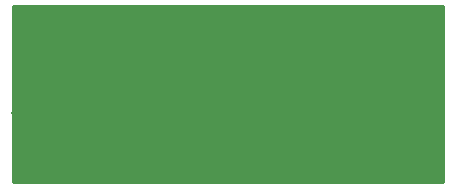
<source format=gbr>
%TF.GenerationSoftware,KiCad,Pcbnew,(5.1.7)-1*%
%TF.CreationDate,2021-03-23T20:34:08+01:00*%
%TF.ProjectId,sk-1_octave,736b2d31-5f6f-4637-9461-76652e6b6963,rev?*%
%TF.SameCoordinates,Original*%
%TF.FileFunction,Copper,L2,Bot*%
%TF.FilePolarity,Positive*%
%FSLAX46Y46*%
G04 Gerber Fmt 4.6, Leading zero omitted, Abs format (unit mm)*
G04 Created by KiCad (PCBNEW (5.1.7)-1) date 2021-03-23 20:34:08*
%MOMM*%
%LPD*%
G01*
G04 APERTURE LIST*
%TA.AperFunction,ViaPad*%
%ADD10C,0.800000*%
%TD*%
%TA.AperFunction,Conductor*%
%ADD11C,0.254000*%
%TD*%
%TA.AperFunction,Conductor*%
%ADD12C,0.100000*%
%TD*%
G04 APERTURE END LIST*
D10*
%TO.N,GND*%
X109630000Y-109784000D03*
X101250000Y-109334000D03*
X101280000Y-106334000D03*
X99280000Y-102334000D03*
X88280000Y-102334000D03*
X91530000Y-105834000D03*
X90780000Y-109834000D03*
X76780000Y-102584000D03*
X80280000Y-107334000D03*
X73780000Y-107084000D03*
X74030000Y-98584000D03*
X92600000Y-98584000D03*
X109280000Y-98584000D03*
X97000000Y-112600000D03*
X86800000Y-111500000D03*
X76700000Y-111500000D03*
X85900000Y-106700000D03*
X84900000Y-110200000D03*
X105200000Y-111400000D03*
X96011993Y-106726277D03*
X107287345Y-105312665D03*
X103000000Y-101700000D03*
X81300000Y-98600024D03*
X85100006Y-101900000D03*
%TD*%
D11*
%TO.N,GND*%
X109948000Y-112948000D02*
X73552000Y-112948000D01*
X73552000Y-98052000D01*
X109948001Y-98052000D01*
X109948000Y-112948000D01*
%TA.AperFunction,Conductor*%
D12*
G36*
X109948000Y-112948000D02*
G01*
X73552000Y-112948000D01*
X73552000Y-98052000D01*
X109948001Y-98052000D01*
X109948000Y-112948000D01*
G37*
%TD.AperFunction*%
%TD*%
M02*

</source>
